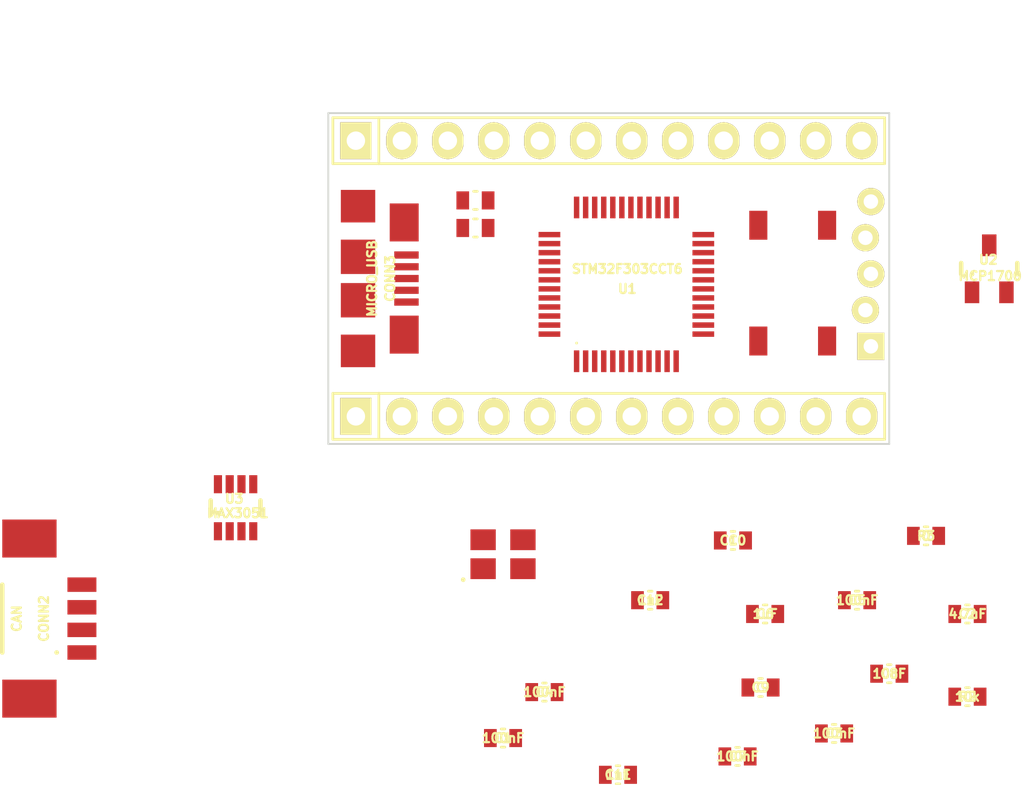
<source format=kicad_pcb>
(kicad_pcb (version 4) (host pcbnew "(2014-10-22 BZR 5214)-product")

  (general
    (links 90)
    (no_connects 90)
    (area 84.988999 57.2262 139.960595 96.841001)
    (thickness 1.6)
    (drawings 6)
    (tracks 0)
    (zones 0)
    (modules 26)
    (nets 51)
  )

  (page A4)
  (title_block
    (title F0Board)
    (date 07.12.2014)
    (rev 1.0)
    (company "Spieler Brothers")
  )

  (layers
    (0 F.Cu signal)
    (31 B.Cu signal)
    (32 B.Adhes user)
    (33 F.Adhes user)
    (34 B.Paste user)
    (35 F.Paste user)
    (36 B.SilkS user)
    (37 F.SilkS user)
    (38 B.Mask user)
    (39 F.Mask user)
    (40 Dwgs.User user)
    (41 Cmts.User user)
    (42 Eco1.User user)
    (43 Eco2.User user)
    (44 Edge.Cuts user)
    (45 Margin user)
    (46 B.CrtYd user)
    (47 F.CrtYd user)
    (48 B.Fab user)
    (49 F.Fab user)
  )

  (setup
    (last_trace_width 0.254)
    (trace_clearance 0.254)
    (zone_clearance 0.508)
    (zone_45_only no)
    (trace_min 0.254)
    (segment_width 0.2)
    (edge_width 0.1)
    (via_size 0.889)
    (via_drill 0.635)
    (via_min_size 0.889)
    (via_min_drill 0.508)
    (uvia_size 0.508)
    (uvia_drill 0.127)
    (uvias_allowed no)
    (uvia_min_size 0.508)
    (uvia_min_drill 0.127)
    (pcb_text_width 0.3)
    (pcb_text_size 1.5 1.5)
    (mod_edge_width 0.15)
    (mod_text_size 1 1)
    (mod_text_width 0.15)
    (pad_size 1.5 1.5)
    (pad_drill 0.6)
    (pad_to_mask_clearance 0)
    (aux_axis_origin 0 0)
    (visible_elements FFFFFF7F)
    (pcbplotparams
      (layerselection 0x00030_80000001)
      (usegerberextensions false)
      (excludeedgelayer true)
      (linewidth 0.100000)
      (plotframeref false)
      (viasonmask false)
      (mode 1)
      (useauxorigin false)
      (hpglpennumber 1)
      (hpglpenspeed 20)
      (hpglpendiameter 15)
      (hpglpenoverlay 2)
      (psnegative false)
      (psa4output false)
      (plotreference true)
      (plotvalue true)
      (plotinvisibletext false)
      (padsonsilk false)
      (subtractmaskfromsilk false)
      (outputformat 1)
      (mirror false)
      (drillshape 1)
      (scaleselection 1)
      (outputdirectory ""))
  )

  (net 0 "")
  (net 1 GND)
  (net 2 /BOOT0)
  (net 3 VCC)
  (net 4 /RST)
  (net 5 "Net-(C9-Pad1)")
  (net 6 "Net-(C10-Pad1)")
  (net 7 /5V)
  (net 8 /SWDCLK)
  (net 9 /SWDIO)
  (net 10 /5VCAN)
  (net 11 "Net-(CONN2-Pad3)")
  (net 12 "Net-(CONN2-Pad4)")
  (net 13 "Net-(CONN3-Pad6)")
  (net 14 /VUSB)
  (net 15 /USB_DM)
  (net 16 "Net-(CONN3-Pad4)")
  (net 17 /USB_DP)
  (net 18 "Net-(D1-Pad2)")
  (net 19 /LED)
  (net 20 /PA9)
  (net 21 /PA10)
  (net 22 /PB6)
  (net 23 /PB7)
  (net 24 /PB12)
  (net 25 /PB13)
  (net 26 /PB14)
  (net 27 /PB15)
  (net 28 /PA0)
  (net 29 /PA1)
  (net 30 /PA2)
  (net 31 /PA3)
  (net 32 /PA4)
  (net 33 /PA5)
  (net 34 /PA6)
  (net 35 /PA7)
  (net 36 /PB0)
  (net 37 /PB1)
  (net 38 "Net-(R3-Pad1)")
  (net 39 "Net-(U1-Pad2)")
  (net 40 "Net-(U1-Pad5)")
  (net 41 "Net-(U1-Pad6)")
  (net 42 "Net-(U1-Pad20)")
  (net 43 "Net-(U1-Pad21)")
  (net 44 "Net-(U1-Pad22)")
  (net 45 "Net-(U1-Pad29)")
  (net 46 "Net-(U1-Pad38)")
  (net 47 "Net-(U1-Pad39)")
  (net 48 "Net-(U1-Pad41)")
  (net 49 /CAN_RX)
  (net 50 /CAN_TX)

  (net_class Default "This is the default net class."
    (clearance 0.254)
    (trace_width 0.254)
    (via_dia 0.889)
    (via_drill 0.635)
    (uvia_dia 0.508)
    (uvia_drill 0.127)
    (add_net /5V)
    (add_net /5VCAN)
    (add_net /BOOT0)
    (add_net /CAN_RX)
    (add_net /CAN_TX)
    (add_net /LED)
    (add_net /PA0)
    (add_net /PA1)
    (add_net /PA10)
    (add_net /PA2)
    (add_net /PA3)
    (add_net /PA4)
    (add_net /PA5)
    (add_net /PA6)
    (add_net /PA7)
    (add_net /PA9)
    (add_net /PB0)
    (add_net /PB1)
    (add_net /PB12)
    (add_net /PB13)
    (add_net /PB14)
    (add_net /PB15)
    (add_net /PB6)
    (add_net /PB7)
    (add_net /RST)
    (add_net /SWDCLK)
    (add_net /SWDIO)
    (add_net /USB_DM)
    (add_net /USB_DP)
    (add_net /VUSB)
    (add_net GND)
    (add_net "Net-(C10-Pad1)")
    (add_net "Net-(C9-Pad1)")
    (add_net "Net-(CONN2-Pad3)")
    (add_net "Net-(CONN2-Pad4)")
    (add_net "Net-(CONN3-Pad4)")
    (add_net "Net-(CONN3-Pad6)")
    (add_net "Net-(D1-Pad2)")
    (add_net "Net-(R3-Pad1)")
    (add_net "Net-(U1-Pad2)")
    (add_net "Net-(U1-Pad20)")
    (add_net "Net-(U1-Pad21)")
    (add_net "Net-(U1-Pad22)")
    (add_net "Net-(U1-Pad29)")
    (add_net "Net-(U1-Pad38)")
    (add_net "Net-(U1-Pad39)")
    (add_net "Net-(U1-Pad41)")
    (add_net "Net-(U1-Pad5)")
    (add_net "Net-(U1-Pad6)")
    (add_net VCC)
  )

  (module _std:_0603 (layer F.Cu) (tedit 52FFB20E) (tstamp 54848EEC)
    (at 110.998 93.98)
    (path /5483750F)
    (fp_text reference C1 (at 0 0) (layer F.SilkS)
      (effects (font (size 0.5 0.5) (thickness 0.125)))
    )
    (fp_text value 100nF (at 0 0) (layer F.SilkS)
      (effects (font (size 0.5 0.5) (thickness 0.125)))
    )
    (fp_line (start 0.1 0.5) (end -0.1 0.5) (layer F.SilkS) (width 0.15))
    (fp_line (start 0.1 -0.5) (end -0.1 -0.5) (layer F.SilkS) (width 0.15))
    (pad 2 smd rect (at 0.7 0) (size 0.7 1) (layers F.Cu F.Paste F.Mask)
      (net 1 GND))
    (pad 1 smd rect (at -0.7 0) (size 0.7 1) (layers F.Cu F.Paste F.Mask)
      (net 2 /BOOT0))
  )

  (module _std:_0603 (layer F.Cu) (tedit 52FFB20E) (tstamp 54848EF2)
    (at 136.652 87.122)
    (path /548367FD)
    (fp_text reference C2 (at 0 0) (layer F.SilkS)
      (effects (font (size 0.5 0.5) (thickness 0.125)))
    )
    (fp_text value 4.7uF (at 0 0) (layer F.SilkS)
      (effects (font (size 0.5 0.5) (thickness 0.125)))
    )
    (fp_line (start 0.1 0.5) (end -0.1 0.5) (layer F.SilkS) (width 0.15))
    (fp_line (start 0.1 -0.5) (end -0.1 -0.5) (layer F.SilkS) (width 0.15))
    (pad 2 smd rect (at 0.7 0) (size 0.7 1) (layers F.Cu F.Paste F.Mask)
      (net 1 GND))
    (pad 1 smd rect (at -0.7 0) (size 0.7 1) (layers F.Cu F.Paste F.Mask)
      (net 3 VCC))
  )

  (module _std:_0603 (layer F.Cu) (tedit 52FFB20E) (tstamp 54848EF8)
    (at 129.286 93.726)
    (path /548367F7)
    (fp_text reference C3 (at 0 0) (layer F.SilkS)
      (effects (font (size 0.5 0.5) (thickness 0.125)))
    )
    (fp_text value 100nF (at 0 0) (layer F.SilkS)
      (effects (font (size 0.5 0.5) (thickness 0.125)))
    )
    (fp_line (start 0.1 0.5) (end -0.1 0.5) (layer F.SilkS) (width 0.15))
    (fp_line (start 0.1 -0.5) (end -0.1 -0.5) (layer F.SilkS) (width 0.15))
    (pad 2 smd rect (at 0.7 0) (size 0.7 1) (layers F.Cu F.Paste F.Mask)
      (net 1 GND))
    (pad 1 smd rect (at -0.7 0) (size 0.7 1) (layers F.Cu F.Paste F.Mask)
      (net 3 VCC))
  )

  (module _std:_0603 (layer F.Cu) (tedit 52FFB20E) (tstamp 54848EFE)
    (at 113.284 91.44)
    (path /54836CB7)
    (fp_text reference C4 (at 0 0) (layer F.SilkS)
      (effects (font (size 0.5 0.5) (thickness 0.125)))
    )
    (fp_text value 100nF (at 0 0) (layer F.SilkS)
      (effects (font (size 0.5 0.5) (thickness 0.125)))
    )
    (fp_line (start 0.1 0.5) (end -0.1 0.5) (layer F.SilkS) (width 0.15))
    (fp_line (start 0.1 -0.5) (end -0.1 -0.5) (layer F.SilkS) (width 0.15))
    (pad 2 smd rect (at 0.7 0) (size 0.7 1) (layers F.Cu F.Paste F.Mask)
      (net 1 GND))
    (pad 1 smd rect (at -0.7 0) (size 0.7 1) (layers F.Cu F.Paste F.Mask)
      (net 4 /RST))
  )

  (module _std:_0603 (layer F.Cu) (tedit 52FFB20E) (tstamp 54848F04)
    (at 130.556 86.36)
    (path /548367F1)
    (fp_text reference C5 (at 0 0) (layer F.SilkS)
      (effects (font (size 0.5 0.5) (thickness 0.125)))
    )
    (fp_text value 100nF (at 0 0) (layer F.SilkS)
      (effects (font (size 0.5 0.5) (thickness 0.125)))
    )
    (fp_line (start 0.1 0.5) (end -0.1 0.5) (layer F.SilkS) (width 0.15))
    (fp_line (start 0.1 -0.5) (end -0.1 -0.5) (layer F.SilkS) (width 0.15))
    (pad 2 smd rect (at 0.7 0) (size 0.7 1) (layers F.Cu F.Paste F.Mask)
      (net 1 GND))
    (pad 1 smd rect (at -0.7 0) (size 0.7 1) (layers F.Cu F.Paste F.Mask)
      (net 3 VCC))
  )

  (module _std:_0603 (layer F.Cu) (tedit 52FFB20E) (tstamp 54848F0A)
    (at 125.476 87.122)
    (path /54836819)
    (fp_text reference C6 (at 0 0) (layer F.SilkS)
      (effects (font (size 0.5 0.5) (thickness 0.125)))
    )
    (fp_text value 1uF (at 0 0) (layer F.SilkS)
      (effects (font (size 0.5 0.5) (thickness 0.125)))
    )
    (fp_line (start 0.1 0.5) (end -0.1 0.5) (layer F.SilkS) (width 0.15))
    (fp_line (start 0.1 -0.5) (end -0.1 -0.5) (layer F.SilkS) (width 0.15))
    (pad 2 smd rect (at 0.7 0) (size 0.7 1) (layers F.Cu F.Paste F.Mask)
      (net 1 GND))
    (pad 1 smd rect (at -0.7 0) (size 0.7 1) (layers F.Cu F.Paste F.Mask)
      (net 3 VCC))
  )

  (module _std:_0603 (layer F.Cu) (tedit 52FFB20E) (tstamp 54848F10)
    (at 123.952 94.996)
    (path /548367DF)
    (fp_text reference C7 (at 0 0) (layer F.SilkS)
      (effects (font (size 0.5 0.5) (thickness 0.125)))
    )
    (fp_text value 100nF (at 0 0) (layer F.SilkS)
      (effects (font (size 0.5 0.5) (thickness 0.125)))
    )
    (fp_line (start 0.1 0.5) (end -0.1 0.5) (layer F.SilkS) (width 0.15))
    (fp_line (start 0.1 -0.5) (end -0.1 -0.5) (layer F.SilkS) (width 0.15))
    (pad 2 smd rect (at 0.7 0) (size 0.7 1) (layers F.Cu F.Paste F.Mask)
      (net 1 GND))
    (pad 1 smd rect (at -0.7 0) (size 0.7 1) (layers F.Cu F.Paste F.Mask)
      (net 3 VCC))
  )

  (module _std:_0603 (layer F.Cu) (tedit 52FFB20E) (tstamp 54848F16)
    (at 132.334 90.424)
    (path /5483680A)
    (fp_text reference C8 (at 0 0) (layer F.SilkS)
      (effects (font (size 0.5 0.5) (thickness 0.125)))
    )
    (fp_text value 10nF (at 0 0) (layer F.SilkS)
      (effects (font (size 0.5 0.5) (thickness 0.125)))
    )
    (fp_line (start 0.1 0.5) (end -0.1 0.5) (layer F.SilkS) (width 0.15))
    (fp_line (start 0.1 -0.5) (end -0.1 -0.5) (layer F.SilkS) (width 0.15))
    (pad 2 smd rect (at 0.7 0) (size 0.7 1) (layers F.Cu F.Paste F.Mask)
      (net 1 GND))
    (pad 1 smd rect (at -0.7 0) (size 0.7 1) (layers F.Cu F.Paste F.Mask)
      (net 3 VCC))
  )

  (module _std:_0603 (layer F.Cu) (tedit 52FFB20E) (tstamp 54848F1C)
    (at 125.222 91.186)
    (path /548364C3)
    (fp_text reference C9 (at 0 0) (layer F.SilkS)
      (effects (font (size 0.5 0.5) (thickness 0.125)))
    )
    (fp_text value C (at 0 0) (layer F.SilkS)
      (effects (font (size 0.5 0.5) (thickness 0.125)))
    )
    (fp_line (start 0.1 0.5) (end -0.1 0.5) (layer F.SilkS) (width 0.15))
    (fp_line (start 0.1 -0.5) (end -0.1 -0.5) (layer F.SilkS) (width 0.15))
    (pad 2 smd rect (at 0.7 0) (size 0.7 1) (layers F.Cu F.Paste F.Mask)
      (net 1 GND))
    (pad 1 smd rect (at -0.7 0) (size 0.7 1) (layers F.Cu F.Paste F.Mask)
      (net 5 "Net-(C9-Pad1)"))
  )

  (module _std:_0603 (layer F.Cu) (tedit 52FFB20E) (tstamp 54848F22)
    (at 123.698 83.058)
    (path /548364D2)
    (fp_text reference C10 (at 0 0) (layer F.SilkS)
      (effects (font (size 0.5 0.5) (thickness 0.125)))
    )
    (fp_text value C (at 0 0) (layer F.SilkS)
      (effects (font (size 0.5 0.5) (thickness 0.125)))
    )
    (fp_line (start 0.1 0.5) (end -0.1 0.5) (layer F.SilkS) (width 0.15))
    (fp_line (start 0.1 -0.5) (end -0.1 -0.5) (layer F.SilkS) (width 0.15))
    (pad 2 smd rect (at 0.7 0) (size 0.7 1) (layers F.Cu F.Paste F.Mask)
      (net 1 GND))
    (pad 1 smd rect (at -0.7 0) (size 0.7 1) (layers F.Cu F.Paste F.Mask)
      (net 6 "Net-(C10-Pad1)"))
  )

  (module _std:_0603 (layer F.Cu) (tedit 52FFB20E) (tstamp 54848F28)
    (at 117.348 96.012)
    (path /5483700F)
    (fp_text reference C11 (at 0 0) (layer F.SilkS)
      (effects (font (size 0.5 0.5) (thickness 0.125)))
    )
    (fp_text value 1uF (at 0 0) (layer F.SilkS)
      (effects (font (size 0.5 0.5) (thickness 0.125)))
    )
    (fp_line (start 0.1 0.5) (end -0.1 0.5) (layer F.SilkS) (width 0.15))
    (fp_line (start 0.1 -0.5) (end -0.1 -0.5) (layer F.SilkS) (width 0.15))
    (pad 2 smd rect (at 0.7 0) (size 0.7 1) (layers F.Cu F.Paste F.Mask)
      (net 1 GND))
    (pad 1 smd rect (at -0.7 0) (size 0.7 1) (layers F.Cu F.Paste F.Mask)
      (net 7 /5V))
  )

  (module _std:_0603 (layer F.Cu) (tedit 52FFB20E) (tstamp 54848F2E)
    (at 119.126 86.36)
    (path /5483701E)
    (fp_text reference C12 (at 0 0) (layer F.SilkS)
      (effects (font (size 0.5 0.5) (thickness 0.125)))
    )
    (fp_text value 1uF (at 0 0) (layer F.SilkS)
      (effects (font (size 0.5 0.5) (thickness 0.125)))
    )
    (fp_line (start 0.1 0.5) (end -0.1 0.5) (layer F.SilkS) (width 0.15))
    (fp_line (start 0.1 -0.5) (end -0.1 -0.5) (layer F.SilkS) (width 0.15))
    (pad 2 smd rect (at 0.7 0) (size 0.7 1) (layers F.Cu F.Paste F.Mask)
      (net 1 GND))
    (pad 1 smd rect (at -0.7 0) (size 0.7 1) (layers F.Cu F.Paste F.Mask)
      (net 3 VCC))
  )

  (module _connectors:_Pin2mm_5z (layer F.Cu) (tedit 5482F4B8) (tstamp 54848F37)
    (at 131.318 68.326 90)
    (path /5482FC2F)
    (fp_text reference CONN1 (at 0 0 90) (layer F.SilkS)
      (effects (font (size 0.127 0.127) (thickness 0.03175)))
    )
    (fp_text value SWD (at 0 0 90) (layer F.SilkS)
      (effects (font (size 0.127 0.127) (thickness 0.03175)))
    )
    (pad 5 thru_hole circle (at 4 0 90) (size 1.5 1.5) (drill 0.8) (layers *.Cu *.Mask F.SilkS)
      (net 8 /SWDCLK))
    (pad 4 thru_hole circle (at 2 -0.3 90) (size 1.5 1.5) (drill 0.8) (layers *.Cu *.Mask F.SilkS)
      (net 9 /SWDIO))
    (pad 3 thru_hole circle (at 0 0 90) (size 1.5 1.5) (drill 0.8) (layers *.Cu *.Mask F.SilkS)
      (net 4 /RST))
    (pad 1 thru_hole rect (at -4 0 90) (size 1.5 1.5) (drill 0.8) (layers *.Cu *.Mask F.SilkS)
      (net 3 VCC))
    (pad 2 thru_hole circle (at -2 -0.3 90) (size 1.5 1.5) (drill 0.8) (layers *.Cu *.Mask F.SilkS)
      (net 1 GND))
  )

  (module _connectors:_Molex-PicoBlade-SMD-4 (layer F.Cu) (tedit 530D06C3) (tstamp 54848F41)
    (at 84.836 87.376 270)
    (path /5482FC3E)
    (fp_text reference CONN2 (at 0 -0.8 270) (layer F.SilkS)
      (effects (font (size 0.5 0.5) (thickness 0.125)))
    )
    (fp_text value CAN (at 0 0.7 270) (layer F.SilkS)
      (effects (font (size 0.5 0.5) (thickness 0.125)))
    )
    (fp_line (start 1.875 -1.5) (end 1.875 -1.51) (layer F.SilkS) (width 0.25))
    (fp_line (start -1.875 1.5) (end 1.875 1.5) (layer F.SilkS) (width 0.25))
    (pad 1 smd rect (at 1.875 -2.9 270) (size 0.8 1.6) (layers F.Cu F.Paste F.Mask)
      (net 10 /5VCAN))
    (pad 2 smd rect (at 0.625 -2.9 270) (size 0.8 1.6) (layers F.Cu F.Paste F.Mask)
      (net 1 GND))
    (pad 3 smd rect (at -0.625 -2.9 270) (size 0.8 1.6) (layers F.Cu F.Paste F.Mask)
      (net 11 "Net-(CONN2-Pad3)"))
    (pad 4 smd rect (at -1.875 -2.9 270) (size 0.8 1.6) (layers F.Cu F.Paste F.Mask)
      (net 12 "Net-(CONN2-Pad4)"))
    (pad MECH smd rect (at -4.425 0 270) (size 2.1 3) (layers F.Cu F.Paste F.Mask)
      (net 1 GND))
    (pad MECH smd rect (at 4.425 0 270) (size 2.1 3) (layers F.Cu F.Paste F.Mask)
      (net 1 GND))
  )

  (module _connectors:_Micro-USB-AB-receptacle-SMT (layer F.Cu) (tedit 52FF9FCA) (tstamp 54848F50)
    (at 105.664 68.58 270)
    (path /5482FC1F)
    (fp_text reference CONN3 (at 0 0.9 270) (layer F.SilkS)
      (effects (font (size 0.5 0.5) (thickness 0.125)))
    )
    (fp_text value MICRO_USB (at 0 1.9 270) (layer F.SilkS)
      (effects (font (size 0.5 0.5) (thickness 0.125)))
    )
    (pad 9 smd rect (at 1.2 2.675 270) (size 1.9 1.9) (layers F.Cu F.Paste F.Mask))
    (pad 8 smd rect (at -1.2 2.675 270) (size 1.9 1.9) (layers F.Cu F.Paste F.Mask))
    (pad 10 smd rect (at 4 2.675 270) (size 1.8 1.9) (layers F.Cu F.Paste F.Mask))
    (pad 7 smd rect (at -4 2.675 270) (size 1.8 1.9) (layers F.Cu F.Paste F.Mask))
    (pad 6 smd rect (at -3.1 0.125 270) (size 2.1 1.6) (layers F.Cu F.Paste F.Mask)
      (net 13 "Net-(CONN3-Pad6)"))
    (pad 11 smd rect (at 3.1 0.125 270) (size 2.1 1.6) (layers F.Cu F.Paste F.Mask))
    (pad 1 smd rect (at -1.3 0 270) (size 0.4 1.35) (layers F.Cu F.Paste F.Mask)
      (net 14 /VUSB))
    (pad 2 smd rect (at -0.65 0 270) (size 0.4 1.35) (layers F.Cu F.Paste F.Mask)
      (net 15 /USB_DM))
    (pad 5 smd rect (at 1.3 0 270) (size 0.4 1.35) (layers F.Cu F.Paste F.Mask)
      (net 1 GND))
    (pad 4 smd rect (at 0.65 0 270) (size 0.4 1.35) (layers F.Cu F.Paste F.Mask)
      (net 16 "Net-(CONN3-Pad4)"))
    (pad 3 smd rect (at 0 0 270) (size 0.4 1.35) (layers F.Cu F.Paste F.Mask)
      (net 17 /USB_DP))
  )

  (module _std:_0603 (layer F.Cu) (tedit 54848F19) (tstamp 54848F56)
    (at 109.474 65.786 180)
    (path /548376D5)
    (fp_text reference D1 (at 0 0 180) (layer F.SilkS) hide
      (effects (font (size 0.5 0.5) (thickness 0.125)))
    )
    (fp_text value LED (at 0 0 180) (layer F.SilkS) hide
      (effects (font (size 0.5 0.5) (thickness 0.125)))
    )
    (fp_line (start 0.1 0.5) (end -0.1 0.5) (layer F.SilkS) (width 0.15))
    (fp_line (start 0.1 -0.5) (end -0.1 -0.5) (layer F.SilkS) (width 0.15))
    (pad 2 smd rect (at 0.7 0 180) (size 0.7 1) (layers F.Cu F.Paste F.Mask)
      (net 18 "Net-(D1-Pad2)"))
    (pad 1 smd rect (at -0.7 0 180) (size 0.7 1) (layers F.Cu F.Paste F.Mask)
      (net 19 /LED))
  )

  (module Pin_Headers:Pin_Header_Straight_1x12 (layer F.Cu) (tedit 54848E99) (tstamp 54848F66)
    (at 116.84 60.96)
    (descr "Through hole pin header")
    (tags "pin header")
    (path /5482FD09)
    (fp_text reference P1 (at 0 -2.286) (layer F.SilkS) hide
      (effects (font (size 1.27 1.27) (thickness 0.2032)))
    )
    (fp_text value CONN_12 (at 0 0) (layer F.SilkS) hide
      (effects (font (size 1.27 1.27) (thickness 0.2032)))
    )
    (fp_line (start -12.7 -1.27) (end 15.24 -1.27) (layer F.SilkS) (width 0.15))
    (fp_line (start 15.24 -1.27) (end 15.24 1.27) (layer F.SilkS) (width 0.15))
    (fp_line (start 15.24 1.27) (end -12.7 1.27) (layer F.SilkS) (width 0.15))
    (fp_line (start -15.24 -1.27) (end -12.7 -1.27) (layer F.SilkS) (width 0.15))
    (fp_line (start -12.7 -1.27) (end -12.7 1.27) (layer F.SilkS) (width 0.15))
    (fp_line (start -15.24 -1.27) (end -15.24 1.27) (layer F.SilkS) (width 0.15))
    (fp_line (start -15.24 1.27) (end -12.7 1.27) (layer F.SilkS) (width 0.15))
    (pad 1 thru_hole rect (at -13.97 0) (size 1.7272 2.032) (drill 1.016) (layers *.Cu *.Mask F.SilkS)
      (net 10 /5VCAN))
    (pad 2 thru_hole oval (at -11.43 0) (size 1.7272 2.032) (drill 1.016) (layers *.Cu *.Mask F.SilkS)
      (net 7 /5V))
    (pad 3 thru_hole oval (at -8.89 0) (size 1.7272 2.032) (drill 1.016) (layers *.Cu *.Mask F.SilkS)
      (net 3 VCC))
    (pad 4 thru_hole oval (at -6.35 0) (size 1.7272 2.032) (drill 1.016) (layers *.Cu *.Mask F.SilkS)
      (net 1 GND))
    (pad 5 thru_hole oval (at -3.81 0) (size 1.7272 2.032) (drill 1.016) (layers *.Cu *.Mask F.SilkS)
      (net 20 /PA9))
    (pad 6 thru_hole oval (at -1.27 0) (size 1.7272 2.032) (drill 1.016) (layers *.Cu *.Mask F.SilkS)
      (net 21 /PA10))
    (pad 7 thru_hole oval (at 1.27 0) (size 1.7272 2.032) (drill 1.016) (layers *.Cu *.Mask F.SilkS)
      (net 22 /PB6))
    (pad 8 thru_hole oval (at 3.81 0) (size 1.7272 2.032) (drill 1.016) (layers *.Cu *.Mask F.SilkS)
      (net 23 /PB7))
    (pad 9 thru_hole oval (at 6.35 0) (size 1.7272 2.032) (drill 1.016) (layers *.Cu *.Mask F.SilkS)
      (net 24 /PB12))
    (pad 10 thru_hole oval (at 8.89 0) (size 1.7272 2.032) (drill 1.016) (layers *.Cu *.Mask F.SilkS)
      (net 25 /PB13))
    (pad 11 thru_hole oval (at 11.43 0) (size 1.7272 2.032) (drill 1.016) (layers *.Cu *.Mask F.SilkS)
      (net 26 /PB14))
    (pad 12 thru_hole oval (at 13.97 0) (size 1.7272 2.032) (drill 1.016) (layers *.Cu *.Mask F.SilkS)
      (net 27 /PB15))
    (model Pin_Headers/Pin_Header_Straight_1x12.wrl
      (at (xyz 0 0 0))
      (scale (xyz 1 1 1))
      (rotate (xyz 0 0 0))
    )
  )

  (module Pin_Headers:Pin_Header_Straight_1x12 (layer F.Cu) (tedit 54848E9C) (tstamp 54848F76)
    (at 116.84 76.2)
    (descr "Through hole pin header")
    (tags "pin header")
    (path /5482FD18)
    (fp_text reference P2 (at 0 -2.286) (layer F.SilkS) hide
      (effects (font (size 1.27 1.27) (thickness 0.2032)))
    )
    (fp_text value CONN_12 (at 0 0) (layer F.SilkS) hide
      (effects (font (size 1.27 1.27) (thickness 0.2032)))
    )
    (fp_line (start -12.7 -1.27) (end 15.24 -1.27) (layer F.SilkS) (width 0.15))
    (fp_line (start 15.24 -1.27) (end 15.24 1.27) (layer F.SilkS) (width 0.15))
    (fp_line (start 15.24 1.27) (end -12.7 1.27) (layer F.SilkS) (width 0.15))
    (fp_line (start -15.24 -1.27) (end -12.7 -1.27) (layer F.SilkS) (width 0.15))
    (fp_line (start -12.7 -1.27) (end -12.7 1.27) (layer F.SilkS) (width 0.15))
    (fp_line (start -15.24 -1.27) (end -15.24 1.27) (layer F.SilkS) (width 0.15))
    (fp_line (start -15.24 1.27) (end -12.7 1.27) (layer F.SilkS) (width 0.15))
    (pad 1 thru_hole rect (at -13.97 0) (size 1.7272 2.032) (drill 1.016) (layers *.Cu *.Mask F.SilkS)
      (net 3 VCC))
    (pad 2 thru_hole oval (at -11.43 0) (size 1.7272 2.032) (drill 1.016) (layers *.Cu *.Mask F.SilkS)
      (net 1 GND))
    (pad 3 thru_hole oval (at -8.89 0) (size 1.7272 2.032) (drill 1.016) (layers *.Cu *.Mask F.SilkS)
      (net 28 /PA0))
    (pad 4 thru_hole oval (at -6.35 0) (size 1.7272 2.032) (drill 1.016) (layers *.Cu *.Mask F.SilkS)
      (net 29 /PA1))
    (pad 5 thru_hole oval (at -3.81 0) (size 1.7272 2.032) (drill 1.016) (layers *.Cu *.Mask F.SilkS)
      (net 30 /PA2))
    (pad 6 thru_hole oval (at -1.27 0) (size 1.7272 2.032) (drill 1.016) (layers *.Cu *.Mask F.SilkS)
      (net 31 /PA3))
    (pad 7 thru_hole oval (at 1.27 0) (size 1.7272 2.032) (drill 1.016) (layers *.Cu *.Mask F.SilkS)
      (net 32 /PA4))
    (pad 8 thru_hole oval (at 3.81 0) (size 1.7272 2.032) (drill 1.016) (layers *.Cu *.Mask F.SilkS)
      (net 33 /PA5))
    (pad 9 thru_hole oval (at 6.35 0) (size 1.7272 2.032) (drill 1.016) (layers *.Cu *.Mask F.SilkS)
      (net 34 /PA6))
    (pad 10 thru_hole oval (at 8.89 0) (size 1.7272 2.032) (drill 1.016) (layers *.Cu *.Mask F.SilkS)
      (net 35 /PA7))
    (pad 11 thru_hole oval (at 11.43 0) (size 1.7272 2.032) (drill 1.016) (layers *.Cu *.Mask F.SilkS)
      (net 36 /PB0))
    (pad 12 thru_hole oval (at 13.97 0) (size 1.7272 2.032) (drill 1.016) (layers *.Cu *.Mask F.SilkS)
      (net 37 /PB1))
    (model Pin_Headers/Pin_Header_Straight_1x12.wrl
      (at (xyz 0 0 0))
      (scale (xyz 1 1 1))
      (rotate (xyz 0 0 0))
    )
  )

  (module _std:_0603 (layer F.Cu) (tedit 54848F4B) (tstamp 54848F7C)
    (at 109.474 64.262)
    (path /54837711)
    (fp_text reference R1 (at 0 0) (layer F.SilkS) hide
      (effects (font (size 0.5 0.5) (thickness 0.125)))
    )
    (fp_text value R (at 0 0) (layer F.SilkS) hide
      (effects (font (size 0.5 0.5) (thickness 0.125)))
    )
    (fp_line (start 0.1 0.5) (end -0.1 0.5) (layer F.SilkS) (width 0.15))
    (fp_line (start 0.1 -0.5) (end -0.1 -0.5) (layer F.SilkS) (width 0.15))
    (pad 2 smd rect (at 0.7 0) (size 0.7 1) (layers F.Cu F.Paste F.Mask)
      (net 1 GND))
    (pad 1 smd rect (at -0.7 0) (size 0.7 1) (layers F.Cu F.Paste F.Mask)
      (net 18 "Net-(D1-Pad2)"))
  )

  (module _std:_0603 (layer F.Cu) (tedit 52FFB20E) (tstamp 54848F82)
    (at 136.652 91.694)
    (path /54836715)
    (fp_text reference R2 (at 0 0) (layer F.SilkS)
      (effects (font (size 0.5 0.5) (thickness 0.125)))
    )
    (fp_text value 10k (at 0 0) (layer F.SilkS)
      (effects (font (size 0.5 0.5) (thickness 0.125)))
    )
    (fp_line (start 0.1 0.5) (end -0.1 0.5) (layer F.SilkS) (width 0.15))
    (fp_line (start 0.1 -0.5) (end -0.1 -0.5) (layer F.SilkS) (width 0.15))
    (pad 2 smd rect (at 0.7 0) (size 0.7 1) (layers F.Cu F.Paste F.Mask)
      (net 1 GND))
    (pad 1 smd rect (at -0.7 0) (size 0.7 1) (layers F.Cu F.Paste F.Mask)
      (net 2 /BOOT0))
  )

  (module _std:_0603 (layer F.Cu) (tedit 52FFB20E) (tstamp 54848F88)
    (at 134.366 82.804)
    (path /548365A1)
    (fp_text reference R3 (at 0 0) (layer F.SilkS)
      (effects (font (size 0.5 0.5) (thickness 0.125)))
    )
    (fp_text value 0 (at 0 0) (layer F.SilkS)
      (effects (font (size 0.5 0.5) (thickness 0.125)))
    )
    (fp_line (start 0.1 0.5) (end -0.1 0.5) (layer F.SilkS) (width 0.15))
    (fp_line (start 0.1 -0.5) (end -0.1 -0.5) (layer F.SilkS) (width 0.15))
    (pad 2 smd rect (at 0.7 0) (size 0.7 1) (layers F.Cu F.Paste F.Mask)
      (net 1 GND))
    (pad 1 smd rect (at -0.7 0) (size 0.7 1) (layers F.Cu F.Paste F.Mask)
      (net 38 "Net-(R3-Pad1)"))
  )

  (module _div:_PTS525SK15-SMT-Pushbutton (layer F.Cu) (tedit 54848E76) (tstamp 54848F90)
    (at 127 68.834 90)
    (descr http://www.ck-components.com/14407/pts525_8sept14.pdf/)
    (tags pushbutton)
    (path /548366F4)
    (fp_text reference SW1 (at 0.05 -0.4 90) (layer F.SilkS) hide
      (effects (font (size 0.5 0.5) (thickness 0.125)))
    )
    (fp_text value SW_PUSH (at 0 0.95 90) (layer F.SilkS) hide
      (effects (font (size 0.5 0.5) (thickness 0.125)))
    )
    (pad 1 smd rect (at -3.2 -1.9 90) (size 1.6 1) (layers F.Cu F.Paste F.Mask)
      (net 2 /BOOT0))
    (pad 1 smd rect (at 3.2 -1.9 90) (size 1.6 1) (layers F.Cu F.Paste F.Mask)
      (net 2 /BOOT0))
    (pad 2 smd rect (at 3.2 1.9 90) (size 1.6 1) (layers F.Cu F.Paste F.Mask)
      (net 3 VCC))
    (pad 2 smd rect (at -3.2 1.9 90) (size 1.6 1) (layers F.Cu F.Paste F.Mask)
      (net 3 VCC))
  )

  (module _lqfp:_LQFP48 (layer F.Cu) (tedit 52FFA100) (tstamp 54848FC4)
    (at 115.062 73.152)
    (path /5482FBF2)
    (fp_text reference U1 (at 2.8 -4) (layer F.SilkS)
      (effects (font (size 0.5 0.5) (thickness 0.125)))
    )
    (fp_text value STM32F303CCT6 (at 2.8 -5.1) (layer F.SilkS)
      (effects (font (size 0.5 0.5) (thickness 0.125)))
    )
    (fp_line (start 0 -1) (end 0 -1.01) (layer F.SilkS) (width 0.15))
    (pad 1 smd rect (at 0 0) (size 0.3 1.2) (layers F.Cu F.Paste F.Mask)
      (net 3 VCC))
    (pad 2 smd rect (at 0.5 0) (size 0.3 1.2) (layers F.Cu F.Paste F.Mask)
      (net 39 "Net-(U1-Pad2)"))
    (pad 3 smd rect (at 1 0) (size 0.3 1.2) (layers F.Cu F.Paste F.Mask)
      (net 6 "Net-(C10-Pad1)"))
    (pad 4 smd rect (at 1.5 0) (size 0.3 1.2) (layers F.Cu F.Paste F.Mask)
      (net 5 "Net-(C9-Pad1)"))
    (pad 5 smd rect (at 2 0) (size 0.3 1.2) (layers F.Cu F.Paste F.Mask)
      (net 40 "Net-(U1-Pad5)"))
    (pad 6 smd rect (at 2.5 0) (size 0.3 1.2) (layers F.Cu F.Paste F.Mask)
      (net 41 "Net-(U1-Pad6)"))
    (pad 7 smd rect (at 3 0) (size 0.3 1.2) (layers F.Cu F.Paste F.Mask)
      (net 4 /RST))
    (pad 8 smd rect (at 3.5 0) (size 0.3 1.2) (layers F.Cu F.Paste F.Mask)
      (net 1 GND))
    (pad 9 smd rect (at 4 0) (size 0.3 1.2) (layers F.Cu F.Paste F.Mask)
      (net 3 VCC))
    (pad 10 smd rect (at 4.5 0) (size 0.3 1.2) (layers F.Cu F.Paste F.Mask)
      (net 28 /PA0))
    (pad 11 smd rect (at 5 0) (size 0.3 1.2) (layers F.Cu F.Paste F.Mask)
      (net 29 /PA1))
    (pad 12 smd rect (at 5.5 0) (size 0.3 1.2) (layers F.Cu F.Paste F.Mask)
      (net 30 /PA2))
    (pad 13 smd rect (at 7 -1.5 270) (size 0.3 1.2) (layers F.Cu F.Paste F.Mask)
      (net 31 /PA3))
    (pad 14 smd rect (at 7 -2 270) (size 0.3 1.2) (layers F.Cu F.Paste F.Mask)
      (net 32 /PA4))
    (pad 15 smd rect (at 7 -2.5 270) (size 0.3 1.2) (layers F.Cu F.Paste F.Mask)
      (net 33 /PA5))
    (pad 16 smd rect (at 7 -3 270) (size 0.3 1.2) (layers F.Cu F.Paste F.Mask)
      (net 34 /PA6))
    (pad 17 smd rect (at 7 -3.5 270) (size 0.3 1.2) (layers F.Cu F.Paste F.Mask)
      (net 35 /PA7))
    (pad 18 smd rect (at 7 -4 270) (size 0.3 1.2) (layers F.Cu F.Paste F.Mask)
      (net 36 /PB0))
    (pad 19 smd rect (at 7 -4.5 270) (size 0.3 1.2) (layers F.Cu F.Paste F.Mask)
      (net 37 /PB1))
    (pad 20 smd rect (at 7 -5 270) (size 0.3 1.2) (layers F.Cu F.Paste F.Mask)
      (net 42 "Net-(U1-Pad20)"))
    (pad 21 smd rect (at 7 -5.5 270) (size 0.3 1.2) (layers F.Cu F.Paste F.Mask)
      (net 43 "Net-(U1-Pad21)"))
    (pad 22 smd rect (at 7 -6 270) (size 0.3 1.2) (layers F.Cu F.Paste F.Mask)
      (net 44 "Net-(U1-Pad22)"))
    (pad 23 smd rect (at 7 -6.5 270) (size 0.3 1.2) (layers F.Cu F.Paste F.Mask)
      (net 1 GND))
    (pad 24 smd rect (at 7 -7 270) (size 0.3 1.2) (layers F.Cu F.Paste F.Mask)
      (net 3 VCC))
    (pad 25 smd rect (at 5.5 -8.5 180) (size 0.3 1.2) (layers F.Cu F.Paste F.Mask)
      (net 24 /PB12))
    (pad 26 smd rect (at 5 -8.5 180) (size 0.3 1.2) (layers F.Cu F.Paste F.Mask)
      (net 25 /PB13))
    (pad 27 smd rect (at 4.5 -8.5 180) (size 0.3 1.2) (layers F.Cu F.Paste F.Mask)
      (net 26 /PB14))
    (pad 28 smd rect (at 4 -8.5 180) (size 0.3 1.2) (layers F.Cu F.Paste F.Mask)
      (net 27 /PB15))
    (pad 29 smd rect (at 3.5 -8.5 180) (size 0.3 1.2) (layers F.Cu F.Paste F.Mask)
      (net 45 "Net-(U1-Pad29)"))
    (pad 30 smd rect (at 3 -8.5 180) (size 0.3 1.2) (layers F.Cu F.Paste F.Mask)
      (net 20 /PA9))
    (pad 31 smd rect (at 2.5 -8.5 180) (size 0.3 1.2) (layers F.Cu F.Paste F.Mask)
      (net 21 /PA10))
    (pad 32 smd rect (at 2 -8.5 180) (size 0.3 1.2) (layers F.Cu F.Paste F.Mask)
      (net 15 /USB_DM))
    (pad 33 smd rect (at 1.5 -8.5 180) (size 0.3 1.2) (layers F.Cu F.Paste F.Mask)
      (net 17 /USB_DP))
    (pad 34 smd rect (at 1 -8.5 180) (size 0.3 1.2) (layers F.Cu F.Paste F.Mask)
      (net 9 /SWDIO))
    (pad 35 smd rect (at 0.5 -8.5 180) (size 0.3 1.2) (layers F.Cu F.Paste F.Mask)
      (net 1 GND))
    (pad 36 smd rect (at 0 -8.5 180) (size 0.3 1.2) (layers F.Cu F.Paste F.Mask)
      (net 3 VCC))
    (pad 37 smd rect (at -1.5 -7 90) (size 0.3 1.2) (layers F.Cu F.Paste F.Mask)
      (net 8 /SWDCLK))
    (pad 38 smd rect (at -1.5 -6.5 90) (size 0.3 1.2) (layers F.Cu F.Paste F.Mask)
      (net 46 "Net-(U1-Pad38)"))
    (pad 39 smd rect (at -1.5 -6 90) (size 0.3 1.2) (layers F.Cu F.Paste F.Mask)
      (net 47 "Net-(U1-Pad39)"))
    (pad 40 smd rect (at -1.5 -5.5 90) (size 0.3 1.2) (layers F.Cu F.Paste F.Mask)
      (net 19 /LED))
    (pad 41 smd rect (at -1.5 -5 90) (size 0.3 1.2) (layers F.Cu F.Paste F.Mask)
      (net 48 "Net-(U1-Pad41)"))
    (pad 42 smd rect (at -1.5 -4.5 90) (size 0.3 1.2) (layers F.Cu F.Paste F.Mask)
      (net 22 /PB6))
    (pad 43 smd rect (at -1.5 -4 90) (size 0.3 1.2) (layers F.Cu F.Paste F.Mask)
      (net 23 /PB7))
    (pad 44 smd rect (at -1.5 -3.5 90) (size 0.3 1.2) (layers F.Cu F.Paste F.Mask)
      (net 2 /BOOT0))
    (pad 45 smd rect (at -1.5 -3 90) (size 0.3 1.2) (layers F.Cu F.Paste F.Mask)
      (net 49 /CAN_RX))
    (pad 46 smd rect (at -1.5 -2.5 90) (size 0.3 1.2) (layers F.Cu F.Paste F.Mask)
      (net 50 /CAN_TX))
    (pad 47 smd rect (at -1.5 -2 90) (size 0.3 1.2) (layers F.Cu F.Paste F.Mask)
      (net 1 GND))
    (pad 48 smd rect (at -1.5 -1.5 90) (size 0.3 1.2) (layers F.Cu F.Paste F.Mask)
      (net 3 VCC))
  )

  (module _std:_SOT23-3 (layer F.Cu) (tedit 52FFB305) (tstamp 548490F0)
    (at 136.906 69.342)
    (path /54837C51)
    (fp_text reference U2 (at 0.9 -1.8) (layer F.SilkS)
      (effects (font (size 0.5 0.5) (thickness 0.125)))
    )
    (fp_text value MCP1700 (at 1 -0.9) (layer F.SilkS)
      (effects (font (size 0.5 0.5) (thickness 0.125)))
    )
    (fp_line (start 2.5 -1.62) (end 2.5 -1) (layer F.SilkS) (width 0.25))
    (fp_line (start -0.6 -1.62) (end -0.6 -1) (layer F.SilkS) (width 0.25))
    (fp_line (start 0 -1.01) (end 0 -1) (layer F.SilkS) (width 0.25))
    (pad 2 smd rect (at 0.95 -2.6) (size 0.8 1.2) (layers F.Cu F.Paste F.Mask)
      (net 3 VCC))
    (pad 3 smd rect (at 1.9 0) (size 0.8 1.2) (layers F.Cu F.Paste F.Mask)
      (net 7 /5V))
    (pad 1 smd rect (at 0 0) (size 0.8 1.2) (layers F.Cu F.Paste F.Mask)
      (net 1 GND))
  )

  (module _std:_SOT23-8 (layer F.Cu) (tedit 52FFB317) (tstamp 548490FC)
    (at 95.25 82.55)
    (path /5482FC85)
    (fp_text reference U3 (at 0.9 -1.8) (layer F.SilkS)
      (effects (font (size 0.5 0.5) (thickness 0.125)))
    )
    (fp_text value MAX3051 (at 1.1 -1) (layer F.SilkS)
      (effects (font (size 0.5 0.5) (thickness 0.125)))
    )
    (fp_line (start -0.4 -1.7) (end -0.4 -0.9) (layer F.SilkS) (width 0.25))
    (fp_line (start 2.35 -1.7) (end 2.35 -0.9) (layer F.SilkS) (width 0.25))
    (fp_line (start 0 -1) (end 0 -1.01) (layer F.SilkS) (width 0.25))
    (pad 8 smd rect (at 0 -2.6) (size 0.45 1) (layers F.Cu F.Paste F.Mask)
      (net 38 "Net-(R3-Pad1)"))
    (pad 7 smd rect (at 0.65 -2.6) (size 0.45 1) (layers F.Cu F.Paste F.Mask)
      (net 11 "Net-(CONN2-Pad3)"))
    (pad 6 smd rect (at 1.3 -2.6) (size 0.45 1) (layers F.Cu F.Paste F.Mask)
      (net 12 "Net-(CONN2-Pad4)"))
    (pad 5 smd rect (at 1.95 -2.6) (size 0.45 1) (layers F.Cu F.Paste F.Mask)
      (net 1 GND))
    (pad 4 smd rect (at 1.95 0) (size 0.45 1) (layers F.Cu F.Paste F.Mask)
      (net 49 /CAN_RX))
    (pad 3 smd rect (at 1.3 0) (size 0.45 1) (layers F.Cu F.Paste F.Mask)
      (net 3 VCC))
    (pad 2 smd rect (at 0.65 0) (size 0.45 1) (layers F.Cu F.Paste F.Mask)
      (net 1 GND))
    (pad 1 smd rect (at 0 0) (size 0.45 1) (layers F.Cu F.Paste F.Mask)
      (net 50 /CAN_TX))
  )

  (module _div:_TSX-3225-SMD-XTAL (layer F.Cu) (tedit 54849003) (tstamp 54849104)
    (at 110.998 83.82)
    (path /548364B4)
    (fp_text reference X1 (at 0 -0.7) (layer F.SilkS) hide
      (effects (font (size 0.5 0.5) (thickness 0.125)))
    )
    (fp_text value XTAL-SMD-4-PADS (at 0 0.7) (layer F.SilkS) hide
      (effects (font (size 0.5 0.5) (thickness 0.125)))
    )
    (fp_line (start -2.2 1.4) (end -2.2 1.41) (layer F.SilkS) (width 0.25))
    (pad 4 smd rect (at -1.1 -0.8) (size 1.4 1.15) (layers F.Cu F.Paste F.Mask)
      (net 1 GND))
    (pad 3 smd rect (at 1.1 -0.8) (size 1.4 1.15) (layers F.Cu F.Paste F.Mask)
      (net 6 "Net-(C10-Pad1)"))
    (pad 2 smd rect (at 1.1 0.8) (size 1.4 1.15) (layers F.Cu F.Paste F.Mask)
      (net 1 GND))
    (pad 1 smd rect (at -1.1 0.8) (size 1.4 1.15) (layers F.Cu F.Paste F.Mask)
      (net 5 "Net-(C9-Pad1)"))
  )

  (dimension 30.988 (width 0.3) (layer Cmts.User)
    (gr_text "30.988 mm" (at 116.84 55.038) (layer Cmts.User)
      (effects (font (size 1.5 1.5) (thickness 0.3)))
    )
    (feature1 (pts (xy 132.334 59.436) (xy 132.334 53.688)))
    (feature2 (pts (xy 101.346 59.436) (xy 101.346 53.688)))
    (crossbar (pts (xy 101.346 56.388) (xy 132.334 56.388)))
    (arrow1a (pts (xy 132.334 56.388) (xy 131.207496 56.974421)))
    (arrow1b (pts (xy 132.334 56.388) (xy 131.207496 55.801579)))
    (arrow2a (pts (xy 101.346 56.388) (xy 102.472504 56.974421)))
    (arrow2b (pts (xy 101.346 56.388) (xy 102.472504 55.801579)))
  )
  (dimension 18.288 (width 0.3) (layer Cmts.User)
    (gr_text "18.288 mm" (at 97.202 68.58 90) (layer Cmts.User)
      (effects (font (size 1.5 1.5) (thickness 0.3)))
    )
    (feature1 (pts (xy 101.346 59.436) (xy 95.852 59.436)))
    (feature2 (pts (xy 101.346 77.724) (xy 95.852 77.724)))
    (crossbar (pts (xy 98.552 77.724) (xy 98.552 59.436)))
    (arrow1a (pts (xy 98.552 59.436) (xy 99.138421 60.562504)))
    (arrow1b (pts (xy 98.552 59.436) (xy 97.965579 60.562504)))
    (arrow2a (pts (xy 98.552 77.724) (xy 99.138421 76.597496)))
    (arrow2b (pts (xy 98.552 77.724) (xy 97.965579 76.597496)))
  )
  (gr_line (start 101.346 77.724) (end 101.346 59.436) (angle 90) (layer Edge.Cuts) (width 0.1))
  (gr_line (start 132.334 77.724) (end 101.346 77.724) (angle 90) (layer Edge.Cuts) (width 0.1))
  (gr_line (start 132.334 59.436) (end 132.334 77.724) (angle 90) (layer Edge.Cuts) (width 0.1))
  (gr_line (start 101.346 59.436) (end 132.334 59.436) (angle 90) (layer Edge.Cuts) (width 0.1))

)

</source>
